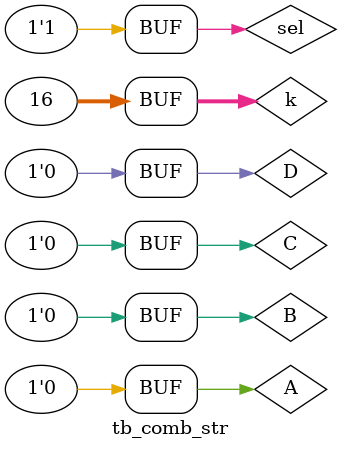
<source format=v>
`timescale 1ns/1ns
`include "comb_str.v"
module tb_comb_str;
wire y;
reg sel,A,B,C,D;
integer k;
comb_str s(.y(y),.sel(sel),.A(A),.B(B),.C(C),.D(D));
initial begin
  sel = 1'b0;
  #40 sel = 1'b1;
end

initial begin
  {A,B,C,D} = 4'b0;
  for(k=0;k<16;k=k+1) begin
    #5;
    {A,B,C,D} = {A,B,C,D} + 1'b1;
  end
end
 
 endmodule

</source>
